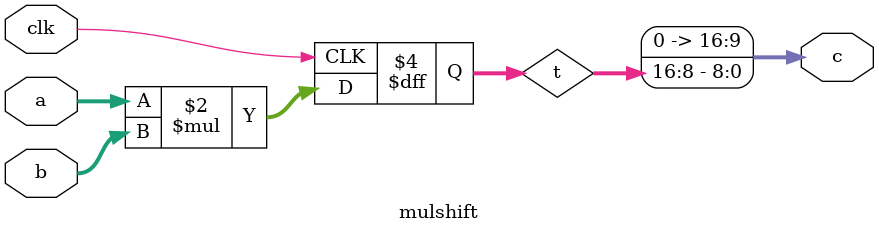
<source format=v>

module mulshift #(
    parameter WIDTH_A = 8,
    parameter WIDTH_B = 9,
    parameter WIDTH_C = 17,
    parameter SHIFT = 8
)(
    input  clk,
    input  [WIDTH_A-1:0] a,
    input  [WIDTH_B-1:0] b,
    output [WIDTH_C-1:0] c
);

(* use_dsp = "yes" *) reg [WIDTH_C-1:0] t;

always @(posedge clk) begin
        t <= a * b;
end

assign c = t >> SHIFT;

endmodule

</source>
